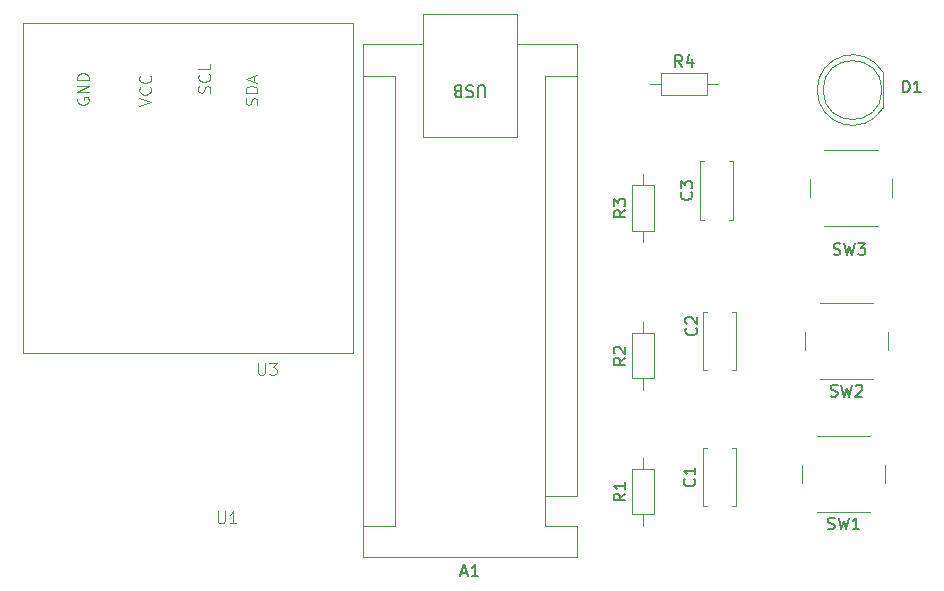
<source format=gto>
G04 #@! TF.GenerationSoftware,KiCad,Pcbnew,9.0.4*
G04 #@! TF.CreationDate,2025-10-12T14:45:46+03:00*
G04 #@! TF.ProjectId,test_work_1,74657374-5f77-46f7-926b-5f312e6b6963,rev?*
G04 #@! TF.SameCoordinates,Original*
G04 #@! TF.FileFunction,Legend,Top*
G04 #@! TF.FilePolarity,Positive*
%FSLAX46Y46*%
G04 Gerber Fmt 4.6, Leading zero omitted, Abs format (unit mm)*
G04 Created by KiCad (PCBNEW 9.0.4) date 2025-10-12 14:45:46*
%MOMM*%
%LPD*%
G01*
G04 APERTURE LIST*
%ADD10C,0.100000*%
%ADD11C,0.150000*%
%ADD12C,0.120000*%
G04 APERTURE END LIST*
D10*
X119923095Y-90606419D02*
X119923095Y-91415942D01*
X119923095Y-91415942D02*
X119970714Y-91511180D01*
X119970714Y-91511180D02*
X120018333Y-91558800D01*
X120018333Y-91558800D02*
X120113571Y-91606419D01*
X120113571Y-91606419D02*
X120304047Y-91606419D01*
X120304047Y-91606419D02*
X120399285Y-91558800D01*
X120399285Y-91558800D02*
X120446904Y-91511180D01*
X120446904Y-91511180D02*
X120494523Y-91415942D01*
X120494523Y-91415942D02*
X120494523Y-90606419D01*
X120875476Y-90606419D02*
X121494523Y-90606419D01*
X121494523Y-90606419D02*
X121161190Y-90987371D01*
X121161190Y-90987371D02*
X121304047Y-90987371D01*
X121304047Y-90987371D02*
X121399285Y-91034990D01*
X121399285Y-91034990D02*
X121446904Y-91082609D01*
X121446904Y-91082609D02*
X121494523Y-91177847D01*
X121494523Y-91177847D02*
X121494523Y-91415942D01*
X121494523Y-91415942D02*
X121446904Y-91511180D01*
X121446904Y-91511180D02*
X121399285Y-91558800D01*
X121399285Y-91558800D02*
X121304047Y-91606419D01*
X121304047Y-91606419D02*
X121018333Y-91606419D01*
X121018333Y-91606419D02*
X120923095Y-91558800D01*
X120923095Y-91558800D02*
X120875476Y-91511180D01*
X104650038Y-68172306D02*
X104602419Y-68267544D01*
X104602419Y-68267544D02*
X104602419Y-68410401D01*
X104602419Y-68410401D02*
X104650038Y-68553258D01*
X104650038Y-68553258D02*
X104745276Y-68648496D01*
X104745276Y-68648496D02*
X104840514Y-68696115D01*
X104840514Y-68696115D02*
X105030990Y-68743734D01*
X105030990Y-68743734D02*
X105173847Y-68743734D01*
X105173847Y-68743734D02*
X105364323Y-68696115D01*
X105364323Y-68696115D02*
X105459561Y-68648496D01*
X105459561Y-68648496D02*
X105554800Y-68553258D01*
X105554800Y-68553258D02*
X105602419Y-68410401D01*
X105602419Y-68410401D02*
X105602419Y-68315163D01*
X105602419Y-68315163D02*
X105554800Y-68172306D01*
X105554800Y-68172306D02*
X105507180Y-68124687D01*
X105507180Y-68124687D02*
X105173847Y-68124687D01*
X105173847Y-68124687D02*
X105173847Y-68315163D01*
X105602419Y-67696115D02*
X104602419Y-67696115D01*
X104602419Y-67696115D02*
X105602419Y-67124687D01*
X105602419Y-67124687D02*
X104602419Y-67124687D01*
X105602419Y-66648496D02*
X104602419Y-66648496D01*
X104602419Y-66648496D02*
X104602419Y-66410401D01*
X104602419Y-66410401D02*
X104650038Y-66267544D01*
X104650038Y-66267544D02*
X104745276Y-66172306D01*
X104745276Y-66172306D02*
X104840514Y-66124687D01*
X104840514Y-66124687D02*
X105030990Y-66077068D01*
X105030990Y-66077068D02*
X105173847Y-66077068D01*
X105173847Y-66077068D02*
X105364323Y-66124687D01*
X105364323Y-66124687D02*
X105459561Y-66172306D01*
X105459561Y-66172306D02*
X105554800Y-66267544D01*
X105554800Y-66267544D02*
X105602419Y-66410401D01*
X105602419Y-66410401D02*
X105602419Y-66648496D01*
X115824800Y-67743734D02*
X115872419Y-67600877D01*
X115872419Y-67600877D02*
X115872419Y-67362782D01*
X115872419Y-67362782D02*
X115824800Y-67267544D01*
X115824800Y-67267544D02*
X115777180Y-67219925D01*
X115777180Y-67219925D02*
X115681942Y-67172306D01*
X115681942Y-67172306D02*
X115586704Y-67172306D01*
X115586704Y-67172306D02*
X115491466Y-67219925D01*
X115491466Y-67219925D02*
X115443847Y-67267544D01*
X115443847Y-67267544D02*
X115396228Y-67362782D01*
X115396228Y-67362782D02*
X115348609Y-67553258D01*
X115348609Y-67553258D02*
X115300990Y-67648496D01*
X115300990Y-67648496D02*
X115253371Y-67696115D01*
X115253371Y-67696115D02*
X115158133Y-67743734D01*
X115158133Y-67743734D02*
X115062895Y-67743734D01*
X115062895Y-67743734D02*
X114967657Y-67696115D01*
X114967657Y-67696115D02*
X114920038Y-67648496D01*
X114920038Y-67648496D02*
X114872419Y-67553258D01*
X114872419Y-67553258D02*
X114872419Y-67315163D01*
X114872419Y-67315163D02*
X114920038Y-67172306D01*
X115777180Y-66172306D02*
X115824800Y-66219925D01*
X115824800Y-66219925D02*
X115872419Y-66362782D01*
X115872419Y-66362782D02*
X115872419Y-66458020D01*
X115872419Y-66458020D02*
X115824800Y-66600877D01*
X115824800Y-66600877D02*
X115729561Y-66696115D01*
X115729561Y-66696115D02*
X115634323Y-66743734D01*
X115634323Y-66743734D02*
X115443847Y-66791353D01*
X115443847Y-66791353D02*
X115300990Y-66791353D01*
X115300990Y-66791353D02*
X115110514Y-66743734D01*
X115110514Y-66743734D02*
X115015276Y-66696115D01*
X115015276Y-66696115D02*
X114920038Y-66600877D01*
X114920038Y-66600877D02*
X114872419Y-66458020D01*
X114872419Y-66458020D02*
X114872419Y-66362782D01*
X114872419Y-66362782D02*
X114920038Y-66219925D01*
X114920038Y-66219925D02*
X114967657Y-66172306D01*
X115872419Y-65267544D02*
X115872419Y-65743734D01*
X115872419Y-65743734D02*
X114872419Y-65743734D01*
X109872419Y-68838972D02*
X110872419Y-68505639D01*
X110872419Y-68505639D02*
X109872419Y-68172306D01*
X110777180Y-67267544D02*
X110824800Y-67315163D01*
X110824800Y-67315163D02*
X110872419Y-67458020D01*
X110872419Y-67458020D02*
X110872419Y-67553258D01*
X110872419Y-67553258D02*
X110824800Y-67696115D01*
X110824800Y-67696115D02*
X110729561Y-67791353D01*
X110729561Y-67791353D02*
X110634323Y-67838972D01*
X110634323Y-67838972D02*
X110443847Y-67886591D01*
X110443847Y-67886591D02*
X110300990Y-67886591D01*
X110300990Y-67886591D02*
X110110514Y-67838972D01*
X110110514Y-67838972D02*
X110015276Y-67791353D01*
X110015276Y-67791353D02*
X109920038Y-67696115D01*
X109920038Y-67696115D02*
X109872419Y-67553258D01*
X109872419Y-67553258D02*
X109872419Y-67458020D01*
X109872419Y-67458020D02*
X109920038Y-67315163D01*
X109920038Y-67315163D02*
X109967657Y-67267544D01*
X110777180Y-66267544D02*
X110824800Y-66315163D01*
X110824800Y-66315163D02*
X110872419Y-66458020D01*
X110872419Y-66458020D02*
X110872419Y-66553258D01*
X110872419Y-66553258D02*
X110824800Y-66696115D01*
X110824800Y-66696115D02*
X110729561Y-66791353D01*
X110729561Y-66791353D02*
X110634323Y-66838972D01*
X110634323Y-66838972D02*
X110443847Y-66886591D01*
X110443847Y-66886591D02*
X110300990Y-66886591D01*
X110300990Y-66886591D02*
X110110514Y-66838972D01*
X110110514Y-66838972D02*
X110015276Y-66791353D01*
X110015276Y-66791353D02*
X109920038Y-66696115D01*
X109920038Y-66696115D02*
X109872419Y-66553258D01*
X109872419Y-66553258D02*
X109872419Y-66458020D01*
X109872419Y-66458020D02*
X109920038Y-66315163D01*
X109920038Y-66315163D02*
X109967657Y-66267544D01*
X119824800Y-68743734D02*
X119872419Y-68600877D01*
X119872419Y-68600877D02*
X119872419Y-68362782D01*
X119872419Y-68362782D02*
X119824800Y-68267544D01*
X119824800Y-68267544D02*
X119777180Y-68219925D01*
X119777180Y-68219925D02*
X119681942Y-68172306D01*
X119681942Y-68172306D02*
X119586704Y-68172306D01*
X119586704Y-68172306D02*
X119491466Y-68219925D01*
X119491466Y-68219925D02*
X119443847Y-68267544D01*
X119443847Y-68267544D02*
X119396228Y-68362782D01*
X119396228Y-68362782D02*
X119348609Y-68553258D01*
X119348609Y-68553258D02*
X119300990Y-68648496D01*
X119300990Y-68648496D02*
X119253371Y-68696115D01*
X119253371Y-68696115D02*
X119158133Y-68743734D01*
X119158133Y-68743734D02*
X119062895Y-68743734D01*
X119062895Y-68743734D02*
X118967657Y-68696115D01*
X118967657Y-68696115D02*
X118920038Y-68648496D01*
X118920038Y-68648496D02*
X118872419Y-68553258D01*
X118872419Y-68553258D02*
X118872419Y-68315163D01*
X118872419Y-68315163D02*
X118920038Y-68172306D01*
X119872419Y-67743734D02*
X118872419Y-67743734D01*
X118872419Y-67743734D02*
X118872419Y-67505639D01*
X118872419Y-67505639D02*
X118920038Y-67362782D01*
X118920038Y-67362782D02*
X119015276Y-67267544D01*
X119015276Y-67267544D02*
X119110514Y-67219925D01*
X119110514Y-67219925D02*
X119300990Y-67172306D01*
X119300990Y-67172306D02*
X119443847Y-67172306D01*
X119443847Y-67172306D02*
X119634323Y-67219925D01*
X119634323Y-67219925D02*
X119729561Y-67267544D01*
X119729561Y-67267544D02*
X119824800Y-67362782D01*
X119824800Y-67362782D02*
X119872419Y-67505639D01*
X119872419Y-67505639D02*
X119872419Y-67743734D01*
X119586704Y-66791353D02*
X119586704Y-66315163D01*
X119872419Y-66886591D02*
X118872419Y-66553258D01*
X118872419Y-66553258D02*
X119872419Y-66219925D01*
D11*
X151034819Y-90166666D02*
X150558628Y-90499999D01*
X151034819Y-90738094D02*
X150034819Y-90738094D01*
X150034819Y-90738094D02*
X150034819Y-90357142D01*
X150034819Y-90357142D02*
X150082438Y-90261904D01*
X150082438Y-90261904D02*
X150130057Y-90214285D01*
X150130057Y-90214285D02*
X150225295Y-90166666D01*
X150225295Y-90166666D02*
X150368152Y-90166666D01*
X150368152Y-90166666D02*
X150463390Y-90214285D01*
X150463390Y-90214285D02*
X150511009Y-90261904D01*
X150511009Y-90261904D02*
X150558628Y-90357142D01*
X150558628Y-90357142D02*
X150558628Y-90738094D01*
X150130057Y-89785713D02*
X150082438Y-89738094D01*
X150082438Y-89738094D02*
X150034819Y-89642856D01*
X150034819Y-89642856D02*
X150034819Y-89404761D01*
X150034819Y-89404761D02*
X150082438Y-89309523D01*
X150082438Y-89309523D02*
X150130057Y-89261904D01*
X150130057Y-89261904D02*
X150225295Y-89214285D01*
X150225295Y-89214285D02*
X150320533Y-89214285D01*
X150320533Y-89214285D02*
X150463390Y-89261904D01*
X150463390Y-89261904D02*
X151034819Y-89833332D01*
X151034819Y-89833332D02*
X151034819Y-89214285D01*
X168166667Y-104657200D02*
X168309524Y-104704819D01*
X168309524Y-104704819D02*
X168547619Y-104704819D01*
X168547619Y-104704819D02*
X168642857Y-104657200D01*
X168642857Y-104657200D02*
X168690476Y-104609580D01*
X168690476Y-104609580D02*
X168738095Y-104514342D01*
X168738095Y-104514342D02*
X168738095Y-104419104D01*
X168738095Y-104419104D02*
X168690476Y-104323866D01*
X168690476Y-104323866D02*
X168642857Y-104276247D01*
X168642857Y-104276247D02*
X168547619Y-104228628D01*
X168547619Y-104228628D02*
X168357143Y-104181009D01*
X168357143Y-104181009D02*
X168261905Y-104133390D01*
X168261905Y-104133390D02*
X168214286Y-104085771D01*
X168214286Y-104085771D02*
X168166667Y-103990533D01*
X168166667Y-103990533D02*
X168166667Y-103895295D01*
X168166667Y-103895295D02*
X168214286Y-103800057D01*
X168214286Y-103800057D02*
X168261905Y-103752438D01*
X168261905Y-103752438D02*
X168357143Y-103704819D01*
X168357143Y-103704819D02*
X168595238Y-103704819D01*
X168595238Y-103704819D02*
X168738095Y-103752438D01*
X169071429Y-103704819D02*
X169309524Y-104704819D01*
X169309524Y-104704819D02*
X169500000Y-103990533D01*
X169500000Y-103990533D02*
X169690476Y-104704819D01*
X169690476Y-104704819D02*
X169928572Y-103704819D01*
X170833333Y-104704819D02*
X170261905Y-104704819D01*
X170547619Y-104704819D02*
X170547619Y-103704819D01*
X170547619Y-103704819D02*
X170452381Y-103847676D01*
X170452381Y-103847676D02*
X170357143Y-103942914D01*
X170357143Y-103942914D02*
X170261905Y-103990533D01*
X151034819Y-101666666D02*
X150558628Y-101999999D01*
X151034819Y-102238094D02*
X150034819Y-102238094D01*
X150034819Y-102238094D02*
X150034819Y-101857142D01*
X150034819Y-101857142D02*
X150082438Y-101761904D01*
X150082438Y-101761904D02*
X150130057Y-101714285D01*
X150130057Y-101714285D02*
X150225295Y-101666666D01*
X150225295Y-101666666D02*
X150368152Y-101666666D01*
X150368152Y-101666666D02*
X150463390Y-101714285D01*
X150463390Y-101714285D02*
X150511009Y-101761904D01*
X150511009Y-101761904D02*
X150558628Y-101857142D01*
X150558628Y-101857142D02*
X150558628Y-102238094D01*
X151034819Y-100714285D02*
X151034819Y-101285713D01*
X151034819Y-100999999D02*
X150034819Y-100999999D01*
X150034819Y-100999999D02*
X150177676Y-101095237D01*
X150177676Y-101095237D02*
X150272914Y-101190475D01*
X150272914Y-101190475D02*
X150320533Y-101285713D01*
X155833333Y-65534819D02*
X155500000Y-65058628D01*
X155261905Y-65534819D02*
X155261905Y-64534819D01*
X155261905Y-64534819D02*
X155642857Y-64534819D01*
X155642857Y-64534819D02*
X155738095Y-64582438D01*
X155738095Y-64582438D02*
X155785714Y-64630057D01*
X155785714Y-64630057D02*
X155833333Y-64725295D01*
X155833333Y-64725295D02*
X155833333Y-64868152D01*
X155833333Y-64868152D02*
X155785714Y-64963390D01*
X155785714Y-64963390D02*
X155738095Y-65011009D01*
X155738095Y-65011009D02*
X155642857Y-65058628D01*
X155642857Y-65058628D02*
X155261905Y-65058628D01*
X156690476Y-64868152D02*
X156690476Y-65534819D01*
X156452381Y-64487200D02*
X156214286Y-65201485D01*
X156214286Y-65201485D02*
X156833333Y-65201485D01*
D10*
X116528095Y-103167419D02*
X116528095Y-103976942D01*
X116528095Y-103976942D02*
X116575714Y-104072180D01*
X116575714Y-104072180D02*
X116623333Y-104119800D01*
X116623333Y-104119800D02*
X116718571Y-104167419D01*
X116718571Y-104167419D02*
X116909047Y-104167419D01*
X116909047Y-104167419D02*
X117004285Y-104119800D01*
X117004285Y-104119800D02*
X117051904Y-104072180D01*
X117051904Y-104072180D02*
X117099523Y-103976942D01*
X117099523Y-103976942D02*
X117099523Y-103167419D01*
X118099523Y-104167419D02*
X117528095Y-104167419D01*
X117813809Y-104167419D02*
X117813809Y-103167419D01*
X117813809Y-103167419D02*
X117718571Y-103310276D01*
X117718571Y-103310276D02*
X117623333Y-103405514D01*
X117623333Y-103405514D02*
X117528095Y-103453133D01*
D11*
X174511905Y-67704819D02*
X174511905Y-66704819D01*
X174511905Y-66704819D02*
X174750000Y-66704819D01*
X174750000Y-66704819D02*
X174892857Y-66752438D01*
X174892857Y-66752438D02*
X174988095Y-66847676D01*
X174988095Y-66847676D02*
X175035714Y-66942914D01*
X175035714Y-66942914D02*
X175083333Y-67133390D01*
X175083333Y-67133390D02*
X175083333Y-67276247D01*
X175083333Y-67276247D02*
X175035714Y-67466723D01*
X175035714Y-67466723D02*
X174988095Y-67561961D01*
X174988095Y-67561961D02*
X174892857Y-67657200D01*
X174892857Y-67657200D02*
X174750000Y-67704819D01*
X174750000Y-67704819D02*
X174511905Y-67704819D01*
X176035714Y-67704819D02*
X175464286Y-67704819D01*
X175750000Y-67704819D02*
X175750000Y-66704819D01*
X175750000Y-66704819D02*
X175654762Y-66847676D01*
X175654762Y-66847676D02*
X175559524Y-66942914D01*
X175559524Y-66942914D02*
X175464286Y-66990533D01*
X151034819Y-77666666D02*
X150558628Y-77999999D01*
X151034819Y-78238094D02*
X150034819Y-78238094D01*
X150034819Y-78238094D02*
X150034819Y-77857142D01*
X150034819Y-77857142D02*
X150082438Y-77761904D01*
X150082438Y-77761904D02*
X150130057Y-77714285D01*
X150130057Y-77714285D02*
X150225295Y-77666666D01*
X150225295Y-77666666D02*
X150368152Y-77666666D01*
X150368152Y-77666666D02*
X150463390Y-77714285D01*
X150463390Y-77714285D02*
X150511009Y-77761904D01*
X150511009Y-77761904D02*
X150558628Y-77857142D01*
X150558628Y-77857142D02*
X150558628Y-78238094D01*
X150034819Y-77333332D02*
X150034819Y-76714285D01*
X150034819Y-76714285D02*
X150415771Y-77047618D01*
X150415771Y-77047618D02*
X150415771Y-76904761D01*
X150415771Y-76904761D02*
X150463390Y-76809523D01*
X150463390Y-76809523D02*
X150511009Y-76761904D01*
X150511009Y-76761904D02*
X150606247Y-76714285D01*
X150606247Y-76714285D02*
X150844342Y-76714285D01*
X150844342Y-76714285D02*
X150939580Y-76761904D01*
X150939580Y-76761904D02*
X150987200Y-76809523D01*
X150987200Y-76809523D02*
X151034819Y-76904761D01*
X151034819Y-76904761D02*
X151034819Y-77190475D01*
X151034819Y-77190475D02*
X150987200Y-77285713D01*
X150987200Y-77285713D02*
X150939580Y-77333332D01*
X156609580Y-76166666D02*
X156657200Y-76214285D01*
X156657200Y-76214285D02*
X156704819Y-76357142D01*
X156704819Y-76357142D02*
X156704819Y-76452380D01*
X156704819Y-76452380D02*
X156657200Y-76595237D01*
X156657200Y-76595237D02*
X156561961Y-76690475D01*
X156561961Y-76690475D02*
X156466723Y-76738094D01*
X156466723Y-76738094D02*
X156276247Y-76785713D01*
X156276247Y-76785713D02*
X156133390Y-76785713D01*
X156133390Y-76785713D02*
X155942914Y-76738094D01*
X155942914Y-76738094D02*
X155847676Y-76690475D01*
X155847676Y-76690475D02*
X155752438Y-76595237D01*
X155752438Y-76595237D02*
X155704819Y-76452380D01*
X155704819Y-76452380D02*
X155704819Y-76357142D01*
X155704819Y-76357142D02*
X155752438Y-76214285D01*
X155752438Y-76214285D02*
X155800057Y-76166666D01*
X155704819Y-75833332D02*
X155704819Y-75214285D01*
X155704819Y-75214285D02*
X156085771Y-75547618D01*
X156085771Y-75547618D02*
X156085771Y-75404761D01*
X156085771Y-75404761D02*
X156133390Y-75309523D01*
X156133390Y-75309523D02*
X156181009Y-75261904D01*
X156181009Y-75261904D02*
X156276247Y-75214285D01*
X156276247Y-75214285D02*
X156514342Y-75214285D01*
X156514342Y-75214285D02*
X156609580Y-75261904D01*
X156609580Y-75261904D02*
X156657200Y-75309523D01*
X156657200Y-75309523D02*
X156704819Y-75404761D01*
X156704819Y-75404761D02*
X156704819Y-75690475D01*
X156704819Y-75690475D02*
X156657200Y-75785713D01*
X156657200Y-75785713D02*
X156609580Y-75833332D01*
X137155714Y-108359104D02*
X137631904Y-108359104D01*
X137060476Y-108644819D02*
X137393809Y-107644819D01*
X137393809Y-107644819D02*
X137727142Y-108644819D01*
X138584285Y-108644819D02*
X138012857Y-108644819D01*
X138298571Y-108644819D02*
X138298571Y-107644819D01*
X138298571Y-107644819D02*
X138203333Y-107787676D01*
X138203333Y-107787676D02*
X138108095Y-107882914D01*
X138108095Y-107882914D02*
X138012857Y-107930533D01*
X139131904Y-68095180D02*
X139131904Y-67285657D01*
X139131904Y-67285657D02*
X139084285Y-67190419D01*
X139084285Y-67190419D02*
X139036666Y-67142800D01*
X139036666Y-67142800D02*
X138941428Y-67095180D01*
X138941428Y-67095180D02*
X138750952Y-67095180D01*
X138750952Y-67095180D02*
X138655714Y-67142800D01*
X138655714Y-67142800D02*
X138608095Y-67190419D01*
X138608095Y-67190419D02*
X138560476Y-67285657D01*
X138560476Y-67285657D02*
X138560476Y-68095180D01*
X138131904Y-67142800D02*
X137989047Y-67095180D01*
X137989047Y-67095180D02*
X137750952Y-67095180D01*
X137750952Y-67095180D02*
X137655714Y-67142800D01*
X137655714Y-67142800D02*
X137608095Y-67190419D01*
X137608095Y-67190419D02*
X137560476Y-67285657D01*
X137560476Y-67285657D02*
X137560476Y-67380895D01*
X137560476Y-67380895D02*
X137608095Y-67476133D01*
X137608095Y-67476133D02*
X137655714Y-67523752D01*
X137655714Y-67523752D02*
X137750952Y-67571371D01*
X137750952Y-67571371D02*
X137941428Y-67618990D01*
X137941428Y-67618990D02*
X138036666Y-67666609D01*
X138036666Y-67666609D02*
X138084285Y-67714228D01*
X138084285Y-67714228D02*
X138131904Y-67809466D01*
X138131904Y-67809466D02*
X138131904Y-67904704D01*
X138131904Y-67904704D02*
X138084285Y-67999942D01*
X138084285Y-67999942D02*
X138036666Y-68047561D01*
X138036666Y-68047561D02*
X137941428Y-68095180D01*
X137941428Y-68095180D02*
X137703333Y-68095180D01*
X137703333Y-68095180D02*
X137560476Y-68047561D01*
X136798571Y-67618990D02*
X136655714Y-67571371D01*
X136655714Y-67571371D02*
X136608095Y-67523752D01*
X136608095Y-67523752D02*
X136560476Y-67428514D01*
X136560476Y-67428514D02*
X136560476Y-67285657D01*
X136560476Y-67285657D02*
X136608095Y-67190419D01*
X136608095Y-67190419D02*
X136655714Y-67142800D01*
X136655714Y-67142800D02*
X136750952Y-67095180D01*
X136750952Y-67095180D02*
X137131904Y-67095180D01*
X137131904Y-67095180D02*
X137131904Y-68095180D01*
X137131904Y-68095180D02*
X136798571Y-68095180D01*
X136798571Y-68095180D02*
X136703333Y-68047561D01*
X136703333Y-68047561D02*
X136655714Y-67999942D01*
X136655714Y-67999942D02*
X136608095Y-67904704D01*
X136608095Y-67904704D02*
X136608095Y-67809466D01*
X136608095Y-67809466D02*
X136655714Y-67714228D01*
X136655714Y-67714228D02*
X136703333Y-67666609D01*
X136703333Y-67666609D02*
X136798571Y-67618990D01*
X136798571Y-67618990D02*
X137131904Y-67618990D01*
X168416667Y-93407200D02*
X168559524Y-93454819D01*
X168559524Y-93454819D02*
X168797619Y-93454819D01*
X168797619Y-93454819D02*
X168892857Y-93407200D01*
X168892857Y-93407200D02*
X168940476Y-93359580D01*
X168940476Y-93359580D02*
X168988095Y-93264342D01*
X168988095Y-93264342D02*
X168988095Y-93169104D01*
X168988095Y-93169104D02*
X168940476Y-93073866D01*
X168940476Y-93073866D02*
X168892857Y-93026247D01*
X168892857Y-93026247D02*
X168797619Y-92978628D01*
X168797619Y-92978628D02*
X168607143Y-92931009D01*
X168607143Y-92931009D02*
X168511905Y-92883390D01*
X168511905Y-92883390D02*
X168464286Y-92835771D01*
X168464286Y-92835771D02*
X168416667Y-92740533D01*
X168416667Y-92740533D02*
X168416667Y-92645295D01*
X168416667Y-92645295D02*
X168464286Y-92550057D01*
X168464286Y-92550057D02*
X168511905Y-92502438D01*
X168511905Y-92502438D02*
X168607143Y-92454819D01*
X168607143Y-92454819D02*
X168845238Y-92454819D01*
X168845238Y-92454819D02*
X168988095Y-92502438D01*
X169321429Y-92454819D02*
X169559524Y-93454819D01*
X169559524Y-93454819D02*
X169750000Y-92740533D01*
X169750000Y-92740533D02*
X169940476Y-93454819D01*
X169940476Y-93454819D02*
X170178572Y-92454819D01*
X170511905Y-92550057D02*
X170559524Y-92502438D01*
X170559524Y-92502438D02*
X170654762Y-92454819D01*
X170654762Y-92454819D02*
X170892857Y-92454819D01*
X170892857Y-92454819D02*
X170988095Y-92502438D01*
X170988095Y-92502438D02*
X171035714Y-92550057D01*
X171035714Y-92550057D02*
X171083333Y-92645295D01*
X171083333Y-92645295D02*
X171083333Y-92740533D01*
X171083333Y-92740533D02*
X171035714Y-92883390D01*
X171035714Y-92883390D02*
X170464286Y-93454819D01*
X170464286Y-93454819D02*
X171083333Y-93454819D01*
X157019580Y-87646666D02*
X157067200Y-87694285D01*
X157067200Y-87694285D02*
X157114819Y-87837142D01*
X157114819Y-87837142D02*
X157114819Y-87932380D01*
X157114819Y-87932380D02*
X157067200Y-88075237D01*
X157067200Y-88075237D02*
X156971961Y-88170475D01*
X156971961Y-88170475D02*
X156876723Y-88218094D01*
X156876723Y-88218094D02*
X156686247Y-88265713D01*
X156686247Y-88265713D02*
X156543390Y-88265713D01*
X156543390Y-88265713D02*
X156352914Y-88218094D01*
X156352914Y-88218094D02*
X156257676Y-88170475D01*
X156257676Y-88170475D02*
X156162438Y-88075237D01*
X156162438Y-88075237D02*
X156114819Y-87932380D01*
X156114819Y-87932380D02*
X156114819Y-87837142D01*
X156114819Y-87837142D02*
X156162438Y-87694285D01*
X156162438Y-87694285D02*
X156210057Y-87646666D01*
X156210057Y-87265713D02*
X156162438Y-87218094D01*
X156162438Y-87218094D02*
X156114819Y-87122856D01*
X156114819Y-87122856D02*
X156114819Y-86884761D01*
X156114819Y-86884761D02*
X156162438Y-86789523D01*
X156162438Y-86789523D02*
X156210057Y-86741904D01*
X156210057Y-86741904D02*
X156305295Y-86694285D01*
X156305295Y-86694285D02*
X156400533Y-86694285D01*
X156400533Y-86694285D02*
X156543390Y-86741904D01*
X156543390Y-86741904D02*
X157114819Y-87313332D01*
X157114819Y-87313332D02*
X157114819Y-86694285D01*
X156859580Y-100416666D02*
X156907200Y-100464285D01*
X156907200Y-100464285D02*
X156954819Y-100607142D01*
X156954819Y-100607142D02*
X156954819Y-100702380D01*
X156954819Y-100702380D02*
X156907200Y-100845237D01*
X156907200Y-100845237D02*
X156811961Y-100940475D01*
X156811961Y-100940475D02*
X156716723Y-100988094D01*
X156716723Y-100988094D02*
X156526247Y-101035713D01*
X156526247Y-101035713D02*
X156383390Y-101035713D01*
X156383390Y-101035713D02*
X156192914Y-100988094D01*
X156192914Y-100988094D02*
X156097676Y-100940475D01*
X156097676Y-100940475D02*
X156002438Y-100845237D01*
X156002438Y-100845237D02*
X155954819Y-100702380D01*
X155954819Y-100702380D02*
X155954819Y-100607142D01*
X155954819Y-100607142D02*
X156002438Y-100464285D01*
X156002438Y-100464285D02*
X156050057Y-100416666D01*
X156954819Y-99464285D02*
X156954819Y-100035713D01*
X156954819Y-99749999D02*
X155954819Y-99749999D01*
X155954819Y-99749999D02*
X156097676Y-99845237D01*
X156097676Y-99845237D02*
X156192914Y-99940475D01*
X156192914Y-99940475D02*
X156240533Y-100035713D01*
X168666667Y-81407200D02*
X168809524Y-81454819D01*
X168809524Y-81454819D02*
X169047619Y-81454819D01*
X169047619Y-81454819D02*
X169142857Y-81407200D01*
X169142857Y-81407200D02*
X169190476Y-81359580D01*
X169190476Y-81359580D02*
X169238095Y-81264342D01*
X169238095Y-81264342D02*
X169238095Y-81169104D01*
X169238095Y-81169104D02*
X169190476Y-81073866D01*
X169190476Y-81073866D02*
X169142857Y-81026247D01*
X169142857Y-81026247D02*
X169047619Y-80978628D01*
X169047619Y-80978628D02*
X168857143Y-80931009D01*
X168857143Y-80931009D02*
X168761905Y-80883390D01*
X168761905Y-80883390D02*
X168714286Y-80835771D01*
X168714286Y-80835771D02*
X168666667Y-80740533D01*
X168666667Y-80740533D02*
X168666667Y-80645295D01*
X168666667Y-80645295D02*
X168714286Y-80550057D01*
X168714286Y-80550057D02*
X168761905Y-80502438D01*
X168761905Y-80502438D02*
X168857143Y-80454819D01*
X168857143Y-80454819D02*
X169095238Y-80454819D01*
X169095238Y-80454819D02*
X169238095Y-80502438D01*
X169571429Y-80454819D02*
X169809524Y-81454819D01*
X169809524Y-81454819D02*
X170000000Y-80740533D01*
X170000000Y-80740533D02*
X170190476Y-81454819D01*
X170190476Y-81454819D02*
X170428572Y-80454819D01*
X170714286Y-80454819D02*
X171333333Y-80454819D01*
X171333333Y-80454819D02*
X171000000Y-80835771D01*
X171000000Y-80835771D02*
X171142857Y-80835771D01*
X171142857Y-80835771D02*
X171238095Y-80883390D01*
X171238095Y-80883390D02*
X171285714Y-80931009D01*
X171285714Y-80931009D02*
X171333333Y-81026247D01*
X171333333Y-81026247D02*
X171333333Y-81264342D01*
X171333333Y-81264342D02*
X171285714Y-81359580D01*
X171285714Y-81359580D02*
X171238095Y-81407200D01*
X171238095Y-81407200D02*
X171142857Y-81454819D01*
X171142857Y-81454819D02*
X170857143Y-81454819D01*
X170857143Y-81454819D02*
X170761905Y-81407200D01*
X170761905Y-81407200D02*
X170714286Y-81359580D01*
D10*
X127970000Y-89780000D02*
X100030000Y-89780000D01*
X127970000Y-61840000D02*
X127970000Y-89780000D01*
X100030000Y-89780000D02*
X100030000Y-61840000D01*
X100030000Y-61840000D02*
X127970000Y-61840000D01*
D12*
X152500000Y-92870000D02*
X152500000Y-91920000D01*
X152500000Y-87130000D02*
X152500000Y-88080000D01*
X151580000Y-91920000D02*
X153420000Y-91920000D01*
X153420000Y-88080000D01*
X151580000Y-88080000D01*
X151580000Y-91920000D01*
X173000000Y-100750000D02*
X173000000Y-99250000D01*
X171750000Y-96750000D02*
X167250000Y-96750000D01*
X167250000Y-103250000D02*
X171750000Y-103250000D01*
X166000000Y-99250000D02*
X166000000Y-100750000D01*
X152500000Y-104370000D02*
X152500000Y-103420000D01*
X152500000Y-98630000D02*
X152500000Y-99580000D01*
X151580000Y-103420000D02*
X153420000Y-103420000D01*
X153420000Y-99580000D01*
X151580000Y-99580000D01*
X151580000Y-103420000D01*
X153130000Y-67000000D02*
X154080000Y-67000000D01*
X158870000Y-67000000D02*
X157920000Y-67000000D01*
X154080000Y-66080000D02*
X157920000Y-66080000D01*
X157920000Y-67920000D01*
X154080000Y-67920000D01*
X154080000Y-66080000D01*
X172815000Y-69045000D02*
X172815000Y-65955000D01*
X172815000Y-69044830D02*
G75*
G02*
X167265000Y-67500000I-2560000J1544830D01*
G01*
X167265000Y-67500000D02*
G75*
G02*
X172815000Y-65955170I2990000J0D01*
G01*
X172755000Y-67500000D02*
G75*
G02*
X167755000Y-67500000I-2500000J0D01*
G01*
X167755000Y-67500000D02*
G75*
G02*
X172755000Y-67500000I2500000J0D01*
G01*
X152500000Y-80370000D02*
X152500000Y-79420000D01*
X152500000Y-74630000D02*
X152500000Y-75580000D01*
X151580000Y-79420000D02*
X153420000Y-79420000D01*
X153420000Y-75580000D01*
X151580000Y-75580000D01*
X151580000Y-79420000D01*
X157380000Y-78470000D02*
X157380000Y-73530000D01*
X157710000Y-78470000D02*
X157380000Y-78470000D01*
X160120000Y-78470000D02*
X159790000Y-78470000D01*
X157380000Y-73530000D02*
X157710000Y-73530000D01*
X159790000Y-73530000D02*
X160120000Y-73530000D01*
X160120000Y-73530000D02*
X160120000Y-78470000D01*
X146890000Y-107050000D02*
X146890000Y-104380000D01*
X146890000Y-101840000D02*
X146890000Y-63610000D01*
X146890000Y-63610000D02*
X141810000Y-63610000D01*
X144220000Y-104380000D02*
X146890000Y-104380000D01*
X144220000Y-101840000D02*
X146890000Y-101840000D01*
X144220000Y-101840000D02*
X144220000Y-104380000D01*
X144220000Y-101840000D02*
X144220000Y-66280000D01*
X144220000Y-66280000D02*
X146890000Y-66280000D01*
X141810000Y-71490000D02*
X133930000Y-71490000D01*
X141810000Y-61070000D02*
X141810000Y-71490000D01*
X133930000Y-71490000D02*
X133930000Y-61070000D01*
X133930000Y-61070000D02*
X141810000Y-61070000D01*
X131520000Y-104380000D02*
X131520000Y-66280000D01*
X131520000Y-104380000D02*
X128850000Y-104380000D01*
X131520000Y-66280000D02*
X128850000Y-66280000D01*
X128850000Y-107050000D02*
X146890000Y-107050000D01*
X128850000Y-63610000D02*
X133930000Y-63610000D01*
X128850000Y-63610000D02*
X128850000Y-107050000D01*
X173250000Y-89500000D02*
X173250000Y-88000000D01*
X172000000Y-85500000D02*
X167500000Y-85500000D01*
X167500000Y-92000000D02*
X172000000Y-92000000D01*
X166250000Y-88000000D02*
X166250000Y-89500000D01*
X157630000Y-91220000D02*
X157630000Y-86280000D01*
X157960000Y-91220000D02*
X157630000Y-91220000D01*
X160370000Y-91220000D02*
X160040000Y-91220000D01*
X157630000Y-86280000D02*
X157960000Y-86280000D01*
X160040000Y-86280000D02*
X160370000Y-86280000D01*
X160370000Y-86280000D02*
X160370000Y-91220000D01*
X157630000Y-102720000D02*
X157630000Y-97780000D01*
X157960000Y-102720000D02*
X157630000Y-102720000D01*
X160370000Y-102720000D02*
X160040000Y-102720000D01*
X157630000Y-97780000D02*
X157960000Y-97780000D01*
X160040000Y-97780000D02*
X160370000Y-97780000D01*
X160370000Y-97780000D02*
X160370000Y-102720000D01*
X173628000Y-76533000D02*
X173628000Y-75033000D01*
X172378000Y-72533000D02*
X167878000Y-72533000D01*
X167878000Y-79033000D02*
X172378000Y-79033000D01*
X166628000Y-75033000D02*
X166628000Y-76533000D01*
M02*

</source>
